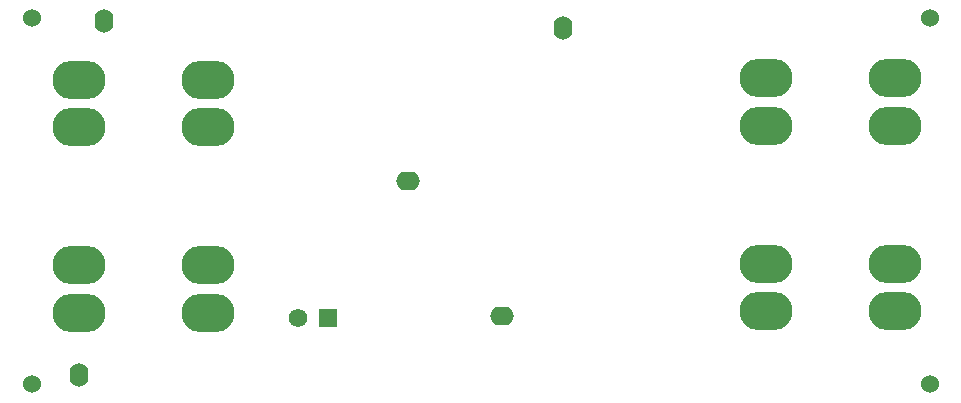
<source format=gbr>
G04*
G04 #@! TF.GenerationSoftware,Altium Limited,Altium Designer,23.0.1 (38)*
G04*
G04 Layer_Color=255*
%FSLAX25Y25*%
%MOIN*%
G70*
G04*
G04 #@! TF.SameCoordinates,AE5763C0-F2EE-4BCA-89C6-8F578BEF2D51*
G04*
G04*
G04 #@! TF.FilePolarity,Positive*
G04*
G01*
G75*
%ADD35C,0.06181*%
%ADD36R,0.06181X0.06181*%
%ADD45O,0.17717X0.12795*%
%ADD46C,0.06000*%
%ADD47O,0.07874X0.06299*%
%ADD48O,0.06299X0.07874*%
D35*
X100479Y34000D02*
D03*
D36*
X110479D02*
D03*
D45*
X70653Y97531D02*
D03*
Y113279D02*
D03*
X27347Y51468D02*
D03*
X70653Y35721D02*
D03*
X27347Y97531D02*
D03*
Y35721D02*
D03*
Y113279D02*
D03*
X70653Y51468D02*
D03*
X299654Y98032D02*
D03*
Y113779D02*
D03*
X256347Y51968D02*
D03*
X299654Y36220D02*
D03*
X256347Y98032D02*
D03*
Y36220D02*
D03*
Y113779D02*
D03*
X299654Y51968D02*
D03*
D46*
X11811Y11811D02*
D03*
Y133858D02*
D03*
X311024D02*
D03*
Y11811D02*
D03*
D47*
X137133Y79500D02*
D03*
X168500Y34500D02*
D03*
D48*
X27500Y15000D02*
D03*
X36000Y133000D02*
D03*
X189000Y130500D02*
D03*
M02*

</source>
